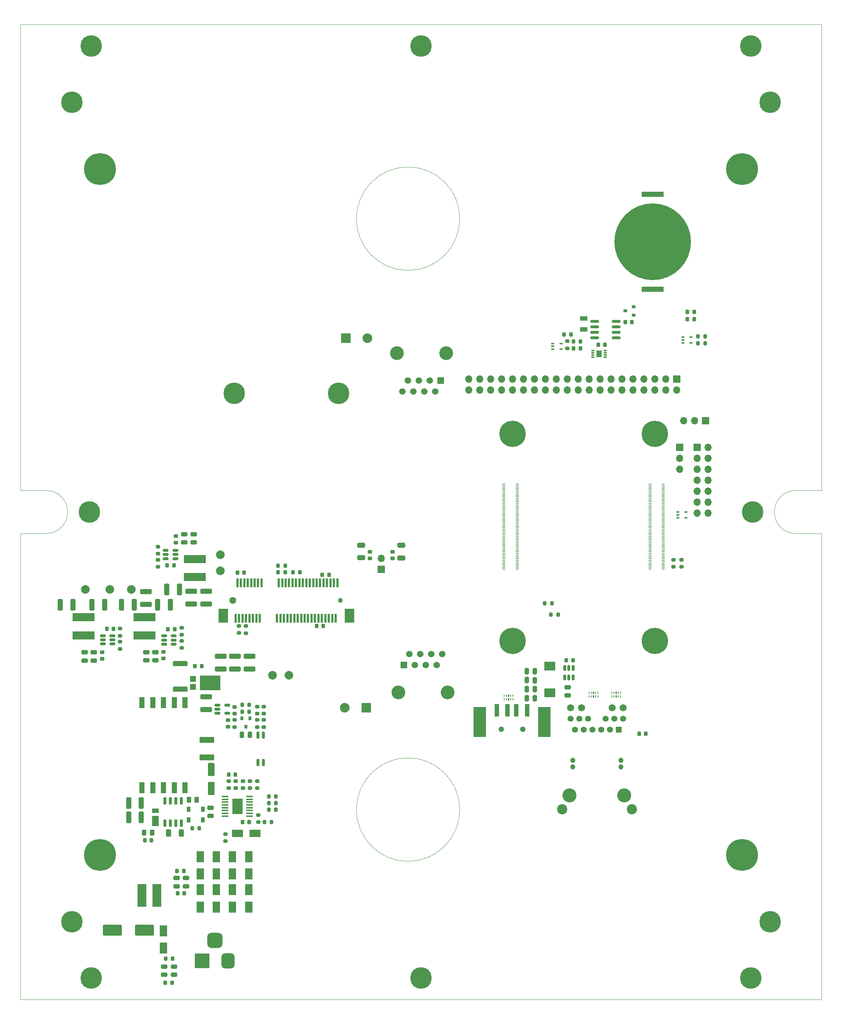
<source format=gbr>
G04 #@! TF.GenerationSoftware,KiCad,Pcbnew,5.99.0-unknown-912657dd23~106~ubuntu20.04.1*
G04 #@! TF.CreationDate,2020-12-28T09:02:07-06:00*
G04 #@! TF.ProjectId,AP3000,41503330-3030-42e6-9b69-6361645f7063,rev?*
G04 #@! TF.SameCoordinates,Original*
G04 #@! TF.FileFunction,Soldermask,Top*
G04 #@! TF.FilePolarity,Negative*
%FSLAX46Y46*%
G04 Gerber Fmt 4.6, Leading zero omitted, Abs format (unit mm)*
G04 Created by KiCad (PCBNEW 5.99.0-unknown-912657dd23~106~ubuntu20.04.1) date 2020-12-28 09:02:07*
%MOMM*%
%LPD*%
G01*
G04 APERTURE LIST*
G04 Aperture macros list*
%AMRoundRect*
0 Rectangle with rounded corners*
0 $1 Rounding radius*
0 $2 $3 $4 $5 $6 $7 $8 $9 X,Y pos of 4 corners*
0 Add a 4 corners polygon primitive as box body*
4,1,4,$2,$3,$4,$5,$6,$7,$8,$9,$2,$3,0*
0 Add four circle primitives for the rounded corners*
1,1,$1+$1,$2,$3,0*
1,1,$1+$1,$4,$5,0*
1,1,$1+$1,$6,$7,0*
1,1,$1+$1,$8,$9,0*
0 Add four rect primitives between the rounded corners*
20,1,$1+$1,$2,$3,$4,$5,0*
20,1,$1+$1,$4,$5,$6,$7,0*
20,1,$1+$1,$6,$7,$8,$9,0*
20,1,$1+$1,$8,$9,$2,$3,0*%
G04 Aperture macros list end*
G04 #@! TA.AperFunction,Profile*
%ADD10C,0.100000*%
G04 #@! TD*
%ADD11R,3.500000X3.500000*%
%ADD12RoundRect,0.750000X0.750000X1.000000X-0.750000X1.000000X-0.750000X-1.000000X0.750000X-1.000000X0*%
%ADD13RoundRect,0.875000X0.875000X0.875000X-0.875000X0.875000X-0.875000X-0.875000X0.875000X-0.875000X0*%
%ADD14R,1.700000X1.700000*%
%ADD15O,1.700000X1.700000*%
%ADD16C,1.300000*%
%ADD17R,1.100000X3.000000*%
%ADD18R,3.000000X7.000000*%
%ADD19C,1.100000*%
%ADD20C,5.000000*%
%ADD21C,1.600000*%
%ADD22R,0.600000X2.000000*%
%ADD23R,2.300000X3.200000*%
%ADD24RoundRect,0.200000X-0.200000X-0.275000X0.200000X-0.275000X0.200000X0.275000X-0.200000X0.275000X0*%
%ADD25RoundRect,0.200000X-0.275000X0.200000X-0.275000X-0.200000X0.275000X-0.200000X0.275000X0.200000X0*%
%ADD26RoundRect,0.225000X0.250000X-0.225000X0.250000X0.225000X-0.250000X0.225000X-0.250000X-0.225000X0*%
%ADD27RoundRect,0.200000X0.200000X0.275000X-0.200000X0.275000X-0.200000X-0.275000X0.200000X-0.275000X0*%
%ADD28RoundRect,0.101600X-1.016000X-1.016000X1.016000X-1.016000X1.016000X1.016000X-1.016000X1.016000X0*%
%ADD29C,2.235200*%
%ADD30C,4.800000*%
%ADD31C,7.400000*%
%ADD32RoundRect,0.250000X-1.025000X0.787500X-1.025000X-0.787500X1.025000X-0.787500X1.025000X0.787500X0*%
%ADD33R,1.800000X2.500000*%
%ADD34RoundRect,0.250000X-0.475000X0.250000X-0.475000X-0.250000X0.475000X-0.250000X0.475000X0.250000X0*%
%ADD35C,2.900000*%
%ADD36RoundRect,0.200000X0.275000X-0.200000X0.275000X0.200000X-0.275000X0.200000X-0.275000X-0.200000X0*%
%ADD37RoundRect,0.250000X1.100000X-0.325000X1.100000X0.325000X-1.100000X0.325000X-1.100000X-0.325000X0*%
%ADD38RoundRect,0.150000X-0.150000X0.662500X-0.150000X-0.662500X0.150000X-0.662500X0.150000X0.662500X0*%
%ADD39R,0.900000X0.800000*%
%ADD40RoundRect,0.250000X-0.250000X-0.475000X0.250000X-0.475000X0.250000X0.475000X-0.250000X0.475000X0*%
%ADD41R,0.900000X1.200000*%
%ADD42C,2.000000*%
%ADD43R,5.100000X1.900000*%
%ADD44RoundRect,0.225000X-0.225000X-0.250000X0.225000X-0.250000X0.225000X0.250000X-0.225000X0.250000X0*%
%ADD45RoundRect,0.225000X0.225000X0.250000X-0.225000X0.250000X-0.225000X-0.250000X0.225000X-0.250000X0*%
%ADD46RoundRect,0.250000X-0.262500X-0.450000X0.262500X-0.450000X0.262500X0.450000X-0.262500X0.450000X0*%
%ADD47RoundRect,0.250000X-0.325000X-1.100000X0.325000X-1.100000X0.325000X1.100000X-0.325000X1.100000X0*%
%ADD48R,0.800000X0.900000*%
%ADD49RoundRect,0.150000X0.512500X0.150000X-0.512500X0.150000X-0.512500X-0.150000X0.512500X-0.150000X0*%
%ADD50RoundRect,0.150000X0.150000X-0.725000X0.150000X0.725000X-0.150000X0.725000X-0.150000X-0.725000X0*%
%ADD51RoundRect,0.218750X0.218750X0.256250X-0.218750X0.256250X-0.218750X-0.256250X0.218750X-0.256250X0*%
%ADD52C,3.200000*%
%ADD53R,1.500000X1.500000*%
%ADD54C,1.500000*%
%ADD55RoundRect,0.050000X-0.050000X0.232500X-0.050000X-0.232500X0.050000X-0.232500X0.050000X0.232500X0*%
%ADD56RoundRect,0.033400X-0.066600X0.249100X-0.066600X-0.249100X0.066600X-0.249100X0.066600X0.249100X0*%
%ADD57RoundRect,0.050050X-0.124950X0.232450X-0.124950X-0.232450X0.124950X-0.232450X0.124950X0.232450X0*%
%ADD58R,2.500000X1.800000*%
%ADD59R,1.800000X1.000000*%
%ADD60RoundRect,0.250000X-1.100000X0.325000X-1.100000X-0.325000X1.100000X-0.325000X1.100000X0.325000X0*%
%ADD61RoundRect,0.150000X-0.512500X-0.150000X0.512500X-0.150000X0.512500X0.150000X-0.512500X0.150000X0*%
%ADD62R,1.500000X2.400000*%
%ADD63R,1.500000X1.050000*%
%ADD64RoundRect,0.250000X1.950000X1.000000X-1.950000X1.000000X-1.950000X-1.000000X1.950000X-1.000000X0*%
%ADD65RoundRect,0.250000X0.475000X-0.250000X0.475000X0.250000X-0.475000X0.250000X-0.475000X-0.250000X0*%
%ADD66RoundRect,0.249999X1.450001X-0.450001X1.450001X0.450001X-1.450001X0.450001X-1.450001X-0.450001X0*%
%ADD67R,0.750000X0.300000*%
%ADD68R,1.300000X1.500000*%
%ADD69RoundRect,0.250000X-1.425000X0.362500X-1.425000X-0.362500X1.425000X-0.362500X1.425000X0.362500X0*%
%ADD70RoundRect,0.250000X0.650000X-0.325000X0.650000X0.325000X-0.650000X0.325000X-0.650000X-0.325000X0*%
%ADD71R,2.000000X5.300000*%
%ADD72RoundRect,0.150000X0.150000X-0.512500X0.150000X0.512500X-0.150000X0.512500X-0.150000X-0.512500X0*%
%ADD73RoundRect,0.250000X0.325000X1.100000X-0.325000X1.100000X-0.325000X-1.100000X0.325000X-1.100000X0*%
%ADD74C,6.100000*%
%ADD75R,0.700000X0.200000*%
%ADD76R,1.398000X1.398000*%
%ADD77C,1.398000*%
%ADD78C,1.200000*%
%ADD79C,1.650000*%
%ADD80C,2.362500*%
%ADD81C,3.250000*%
%ADD82RoundRect,0.225000X-0.250000X0.225000X-0.250000X-0.225000X0.250000X-0.225000X0.250000X0.225000X0*%
%ADD83RoundRect,0.101600X1.016000X1.016000X-1.016000X1.016000X-1.016000X-1.016000X1.016000X-1.016000X0*%
%ADD84RoundRect,0.250000X0.250000X0.475000X-0.250000X0.475000X-0.250000X-0.475000X0.250000X-0.475000X0*%
%ADD85RoundRect,0.250000X0.550000X-1.250000X0.550000X1.250000X-0.550000X1.250000X-0.550000X-1.250000X0*%
%ADD86RoundRect,0.050000X0.050000X-0.232500X0.050000X0.232500X-0.050000X0.232500X-0.050000X-0.232500X0*%
%ADD87RoundRect,0.033400X0.066600X-0.249100X0.066600X0.249100X-0.066600X0.249100X-0.066600X-0.249100X0*%
%ADD88RoundRect,0.050050X0.124950X-0.232450X0.124950X0.232450X-0.124950X0.232450X-0.124950X-0.232450X0*%
%ADD89R,4.860000X3.360000*%
%ADD90R,1.400000X1.390000*%
%ADD91R,0.650000X0.400000*%
%ADD92R,1.300000X2.500000*%
%ADD93R,5.080000X1.270000*%
%ADD94C,17.800000*%
%ADD95RoundRect,0.250000X0.312500X0.625000X-0.312500X0.625000X-0.312500X-0.625000X0.312500X-0.625000X0*%
%ADD96RoundRect,0.150000X-0.825000X-0.150000X0.825000X-0.150000X0.825000X0.150000X-0.825000X0.150000X0*%
%ADD97R,2.460000X3.550000*%
%ADD98RoundRect,0.100000X0.687500X0.100000X-0.687500X0.100000X-0.687500X-0.100000X0.687500X-0.100000X0*%
G04 APERTURE END LIST*
D10*
X186000000Y0D02*
X186000000Y-108000000D01*
X6000000Y-118000000D02*
X0Y-118000000D01*
X180000000Y-108000000D02*
X186000000Y-108000000D01*
X186000000Y-118000000D02*
X186000000Y-226000000D01*
X0Y-226000000D02*
X0Y-118000000D01*
X102000000Y-45000000D02*
G75*
G03*
X102000000Y-45000000I-12000000J0D01*
G01*
X102000000Y-181992000D02*
G75*
G03*
X102000000Y-181992000I-12000000J0D01*
G01*
X6000000Y-108000000D02*
X0Y-108000000D01*
X0Y0D02*
X186000000Y0D01*
X180000000Y-118000000D02*
X186000000Y-118000000D01*
X0Y-108000000D02*
X0Y0D01*
X0Y-226000000D02*
X186000000Y-226000000D01*
X6000000Y-108000000D02*
G75*
G02*
X6000000Y-118000000I0J-5000000D01*
G01*
X180000000Y-118000000D02*
G75*
G02*
X180000000Y-108000000I0J5000000D01*
G01*
D11*
X42205999Y-217028000D03*
D12*
X48205999Y-217028000D03*
D13*
X45205999Y-212328000D03*
D14*
X159020000Y-91850000D03*
D15*
X156480000Y-91850000D03*
X153940000Y-91850000D03*
D16*
X116599799Y-163403800D03*
X111599799Y-163403800D03*
D17*
X117599799Y-159003800D03*
X115099799Y-159003800D03*
X113099799Y-159003800D03*
X110599799Y-159003800D03*
D18*
X121599799Y-161703800D03*
X106599799Y-161703800D03*
D19*
X74289996Y-133509995D03*
D20*
X73889996Y-85459995D03*
X49689996Y-85459995D03*
D21*
X49289996Y-133509995D03*
D22*
X49989996Y-137609995D03*
X50389996Y-129409995D03*
X50789996Y-137609995D03*
X51189996Y-129409995D03*
X51589996Y-137609995D03*
X51989996Y-129409995D03*
X52389996Y-137609995D03*
X52789996Y-129409995D03*
X53189996Y-137609995D03*
X53589996Y-129409995D03*
X53989996Y-137609995D03*
X54389996Y-129409995D03*
X54789996Y-137609995D03*
X55189996Y-129409995D03*
X55589996Y-137609995D03*
X55989996Y-129409995D03*
X59589996Y-137609995D03*
X59989996Y-129409995D03*
X60389996Y-137609995D03*
X60789996Y-129409995D03*
X61189996Y-137609995D03*
X61589996Y-129409995D03*
X61989996Y-137609995D03*
X62389996Y-129409995D03*
X62789996Y-137609995D03*
X63189996Y-129409995D03*
X63589996Y-137609995D03*
X63989996Y-129409995D03*
X64389996Y-137609995D03*
X64789996Y-129409995D03*
X65189996Y-137609995D03*
X65589996Y-129409995D03*
X65989996Y-137609995D03*
X66389996Y-129409995D03*
X66789996Y-137609995D03*
X67189996Y-129409995D03*
X67589996Y-137609995D03*
X67989996Y-129409995D03*
X68389996Y-137609995D03*
X68789996Y-129409995D03*
X69189996Y-137609995D03*
X69589996Y-129409995D03*
X69989996Y-137609995D03*
X70389996Y-129409995D03*
X70789996Y-137609995D03*
X71189996Y-129409995D03*
X71589996Y-137609995D03*
X71989996Y-129409995D03*
X72389996Y-137609995D03*
X72789996Y-129409995D03*
X73189996Y-137609995D03*
X73589996Y-129409995D03*
D23*
X76439996Y-137009995D03*
X47139996Y-137009995D03*
D24*
X57680000Y-180468000D03*
X59330000Y-180468000D03*
D25*
X23148200Y-140010800D03*
X23148200Y-141660800D03*
D26*
X49996000Y-176988000D03*
X49996000Y-175438000D03*
D27*
X130043600Y-73490800D03*
X128393600Y-73490800D03*
D28*
X75590000Y-72710000D03*
D29*
X80588720Y-72710000D03*
D30*
X18500000Y-192500000D03*
D31*
X18500000Y-192500000D03*
D32*
X122870000Y-148717500D03*
X122870000Y-154942500D03*
D25*
X23148200Y-143058800D03*
X23148200Y-144708800D03*
D24*
X56664000Y-184913000D03*
X58314000Y-184913000D03*
D33*
X33221001Y-210122999D03*
X33221001Y-214122999D03*
D34*
X29266000Y-145482000D03*
X29266000Y-147382000D03*
D35*
X170000000Y-113000000D03*
D20*
X170000000Y-113000000D03*
D36*
X49764600Y-162843200D03*
X49764600Y-161193200D03*
D37*
X53221800Y-149431000D03*
X53221800Y-146481000D03*
D34*
X17070000Y-145529799D03*
X17070000Y-147429799D03*
D27*
X53155000Y-157725600D03*
X51505000Y-157725600D03*
D38*
X56405301Y-164693600D03*
X55135301Y-164693600D03*
X55135301Y-171068600D03*
X56405301Y-171068600D03*
D39*
X142376500Y-67332100D03*
X142376500Y-65432100D03*
X140376500Y-66382100D03*
D25*
X48345000Y-175388000D03*
X48345000Y-177038000D03*
D24*
X51505000Y-159275000D03*
X53155000Y-159275000D03*
D20*
X174000000Y-18000000D03*
D35*
X174000000Y-18000000D03*
D33*
X41738802Y-196942057D03*
X41738802Y-192942057D03*
D40*
X117540000Y-154091112D03*
X119440000Y-154091112D03*
D41*
X42350600Y-181951400D03*
X39050600Y-181951400D03*
D42*
X25739000Y-130938000D03*
D43*
X40470999Y-123902203D03*
X40470999Y-128102203D03*
D44*
X34285800Y-140139000D03*
X35835800Y-140139000D03*
D41*
X42349600Y-184355400D03*
X39049600Y-184355400D03*
D33*
X53008802Y-196942057D03*
X53008802Y-192942057D03*
D14*
X83765000Y-126280000D03*
D15*
X83765000Y-123740000D03*
D45*
X53145600Y-184913000D03*
X51595600Y-184913000D03*
D46*
X39137300Y-179749600D03*
X40962300Y-179749600D03*
D47*
X31877000Y-134494000D03*
X34827000Y-134494000D03*
D34*
X127069799Y-153643799D03*
X127069799Y-155543799D03*
D48*
X53305400Y-160815000D03*
X51405400Y-160815000D03*
X52355400Y-162815000D03*
D33*
X49258802Y-196942057D03*
X49258802Y-192942057D03*
D27*
X41524600Y-186310000D03*
X39874600Y-186310000D03*
D20*
X169500000Y-221000000D03*
D35*
X169500000Y-221000000D03*
D25*
X52390000Y-139420000D03*
X52390000Y-141070000D03*
D20*
X93000000Y-221000000D03*
D35*
X93000000Y-221000000D03*
D43*
X28787000Y-141597800D03*
X28787000Y-137397800D03*
D27*
X158948800Y-72289400D03*
X157298800Y-72289400D03*
D34*
X33388000Y-218380000D03*
X33388000Y-220280000D03*
D49*
X35995099Y-123804600D03*
X35995099Y-122854600D03*
X35995099Y-121904600D03*
X33720099Y-121904600D03*
X33720099Y-122854600D03*
X33720099Y-123804600D03*
D45*
X35645599Y-125394600D03*
X34095599Y-125394600D03*
D26*
X36127599Y-120096600D03*
X36127599Y-118546600D03*
D44*
X63305000Y-127001000D03*
X64855000Y-127001000D03*
D50*
X33536800Y-185125800D03*
X34806800Y-185125800D03*
X36076800Y-185125800D03*
X37346800Y-185125800D03*
X37346800Y-179975800D03*
X36076800Y-179975800D03*
X34806800Y-179975800D03*
X33536800Y-179975800D03*
D47*
X16644000Y-134494000D03*
X19594000Y-134494000D03*
D51*
X38083500Y-201423000D03*
X36508500Y-201423000D03*
D52*
X99160000Y-154830000D03*
X87730000Y-154830000D03*
D53*
X89000000Y-148480000D03*
D54*
X90270000Y-145940000D03*
X91540000Y-148480000D03*
X92810000Y-145940000D03*
X94080000Y-148480000D03*
X95350000Y-145940000D03*
X96620000Y-148480000D03*
X97890000Y-145940000D03*
D55*
X139310010Y-154922499D03*
D56*
X138810010Y-154922499D03*
D57*
X138310010Y-154922499D03*
D55*
X137810010Y-154922499D03*
D56*
X137310010Y-154922499D03*
X137310010Y-155757499D03*
D55*
X137810010Y-155757499D03*
D57*
X138310010Y-155757499D03*
D55*
X138810010Y-155757499D03*
X139310010Y-155757499D03*
D36*
X126932600Y-75065600D03*
X126932600Y-73415600D03*
D35*
X16000000Y-113000000D03*
D20*
X16000000Y-113000000D03*
D58*
X54441000Y-187503800D03*
X50441000Y-187503800D03*
D40*
X117540000Y-149953334D03*
X119440000Y-149953334D03*
D36*
X53331001Y-177038000D03*
X53331001Y-175388000D03*
D59*
X130777201Y-70654199D03*
X130777201Y-68154199D03*
D27*
X61494000Y-127010000D03*
X59844000Y-127010000D03*
D44*
X28901000Y-189099999D03*
X30451000Y-189099999D03*
D33*
X53008802Y-204581257D03*
X53008802Y-200581257D03*
D44*
X40534200Y-148718000D03*
X42084200Y-148718000D03*
D42*
X58505000Y-150877000D03*
D24*
X59849000Y-125477000D03*
X61499000Y-125477000D03*
D42*
X20786000Y-130938000D03*
D60*
X43112599Y-131411800D03*
X43112599Y-134361800D03*
D36*
X31936599Y-122663600D03*
X31936599Y-121013600D03*
D24*
X57689000Y-178923000D03*
X59339000Y-178923000D03*
D61*
X33364500Y-141729000D03*
X33364500Y-142679000D03*
X33364500Y-143629000D03*
X35639500Y-143629000D03*
X35639500Y-142679000D03*
X35639500Y-141729000D03*
D62*
X31327000Y-184602000D03*
D63*
X31327000Y-182227000D03*
D43*
X14690000Y-141597800D03*
X14690000Y-137397800D03*
D27*
X124811200Y-136780000D03*
X123161200Y-136780000D03*
D40*
X117540000Y-156168334D03*
X119440000Y-156160000D03*
D61*
X45756900Y-157791600D03*
X45756900Y-158741600D03*
X45756900Y-159691600D03*
X48031900Y-159691600D03*
X48031900Y-157791600D03*
D20*
X16500000Y-221000000D03*
D35*
X16500000Y-221000000D03*
D64*
X28804000Y-209932000D03*
X21404000Y-209932000D03*
D44*
X128434800Y-75032600D03*
X129984800Y-75032600D03*
D27*
X59330000Y-181992000D03*
X57680000Y-181992000D03*
D36*
X153424800Y-125717800D03*
X153424800Y-124067800D03*
D65*
X38439000Y-199746600D03*
X38439000Y-197846600D03*
D51*
X37956500Y-196216000D03*
X36381500Y-196216000D03*
D44*
X48345000Y-173864000D03*
X49895000Y-173864000D03*
D66*
X43334998Y-169926999D03*
X43334998Y-165826999D03*
D67*
X132860000Y-75572000D03*
X132860000Y-76072000D03*
X132860000Y-76572000D03*
X132860000Y-77072000D03*
X135760000Y-77072000D03*
X135760000Y-76572000D03*
X135760000Y-76072000D03*
X135760000Y-75572000D03*
D68*
X134310000Y-76322000D03*
D24*
X121738800Y-134189200D03*
X123388800Y-134189200D03*
D69*
X37118200Y-148168500D03*
X37118200Y-154093500D03*
D70*
X88400800Y-123650000D03*
X88400800Y-120700000D03*
D36*
X31936599Y-125711600D03*
X31936599Y-124061600D03*
D65*
X36280000Y-199746600D03*
X36280000Y-197846600D03*
D44*
X140394000Y-68936600D03*
X141944000Y-68936600D03*
D36*
X56519800Y-159754400D03*
X56519800Y-158104400D03*
D14*
X152350000Y-82190000D03*
D15*
X152350000Y-84730000D03*
X149810000Y-82190000D03*
X149810000Y-84730000D03*
X147270000Y-82190000D03*
X147270000Y-84730000D03*
X144730000Y-82190000D03*
X144730000Y-84730000D03*
X142190000Y-82190000D03*
X142190000Y-84730000D03*
X139650000Y-82190000D03*
X139650000Y-84730000D03*
X137110000Y-82190000D03*
X137110000Y-84730000D03*
X134570000Y-82190000D03*
X134570000Y-84730000D03*
X132030000Y-82190000D03*
X132030000Y-84730000D03*
X129490000Y-82190000D03*
X129490000Y-84730000D03*
X126950000Y-82190000D03*
X126950000Y-84730000D03*
X124410000Y-82190000D03*
X124410000Y-84730000D03*
X121870000Y-82190000D03*
X121870000Y-84730000D03*
X119330000Y-82190000D03*
X119330000Y-84730000D03*
X116790000Y-82190000D03*
X116790000Y-84730000D03*
X114250000Y-82190000D03*
X114250000Y-84730000D03*
X111710000Y-82190000D03*
X111710000Y-84730000D03*
X109170000Y-82190000D03*
X109170000Y-84730000D03*
X106630000Y-82190000D03*
X106630000Y-84730000D03*
X104090000Y-82190000D03*
X104090000Y-84730000D03*
D26*
X49764600Y-159732200D03*
X49764600Y-158182200D03*
D42*
X46424000Y-122937000D03*
D34*
X35645000Y-218380000D03*
X35645000Y-220280000D03*
D60*
X43112600Y-155879000D03*
X43112600Y-158829000D03*
D25*
X50758000Y-139415000D03*
X50758000Y-141065000D03*
D33*
X45468803Y-204581257D03*
X45468803Y-200581257D03*
D25*
X37423000Y-139822000D03*
X37423000Y-141472000D03*
D71*
X31708000Y-201931000D03*
X28208000Y-201931000D03*
D72*
X126374799Y-151391300D03*
X127324799Y-151391300D03*
X128274799Y-151391300D03*
X128274799Y-149116300D03*
X127324799Y-149116300D03*
X126374799Y-149116300D03*
D30*
X18500000Y-33500000D03*
D31*
X18500000Y-33500000D03*
D46*
X28740000Y-187326000D03*
X30565000Y-187326000D03*
D26*
X86394200Y-123762800D03*
X86394200Y-122212800D03*
D35*
X93000000Y-5000000D03*
D20*
X93000000Y-5000000D03*
D73*
X12228000Y-134494000D03*
X9278000Y-134494000D03*
D44*
X68779000Y-139447000D03*
X70329000Y-139447000D03*
D74*
X147239990Y-94885002D03*
X114239990Y-142885002D03*
X114239990Y-94885002D03*
X147239990Y-142885002D03*
D75*
X149239990Y-126185002D03*
X146159990Y-126185002D03*
X149239990Y-125785002D03*
X146159990Y-125785002D03*
X149239990Y-125385002D03*
X146159990Y-125385002D03*
X149239990Y-124985002D03*
X146159990Y-124985002D03*
X149239990Y-124585002D03*
X146159990Y-124585002D03*
X149239990Y-124185002D03*
X146159990Y-124185002D03*
X149239990Y-123785002D03*
X146159990Y-123785002D03*
X149239990Y-123385002D03*
X146159990Y-123385002D03*
X149239990Y-122985002D03*
X146159990Y-122985002D03*
X149239990Y-122585002D03*
X146159990Y-122585002D03*
X149239990Y-122185002D03*
X146159990Y-122185002D03*
X149239990Y-121785002D03*
X146159990Y-121785002D03*
X149239990Y-121385002D03*
X146159990Y-121385002D03*
X149239990Y-120985002D03*
X146159990Y-120985002D03*
X149239990Y-120585002D03*
X146159990Y-120585002D03*
X149239990Y-120185002D03*
X146159990Y-120185002D03*
X149239990Y-119785002D03*
X146159990Y-119785002D03*
X149239990Y-119385002D03*
X146159990Y-119385002D03*
X149239990Y-118985002D03*
X146159990Y-118985002D03*
X149239990Y-118585002D03*
X146159990Y-118585002D03*
X149239990Y-118185002D03*
X146159990Y-118185002D03*
X149239990Y-117785002D03*
X146159990Y-117785002D03*
X149239990Y-117385002D03*
X146159990Y-117385002D03*
X149239990Y-116985002D03*
X146159990Y-116985002D03*
X149239990Y-116585002D03*
X146159990Y-116585002D03*
X149239990Y-116185002D03*
X146159990Y-116185002D03*
X149239990Y-115785002D03*
X146159990Y-115785002D03*
X149239990Y-115385002D03*
X146159990Y-115385002D03*
X149239990Y-114985002D03*
X146159990Y-114985002D03*
X149239990Y-114585002D03*
X146159990Y-114585002D03*
X149239990Y-114185002D03*
X146159990Y-114185002D03*
X149239990Y-113785002D03*
X146159990Y-113785002D03*
X149239990Y-113385002D03*
X146159990Y-113385002D03*
X149239990Y-112985002D03*
X146159990Y-112985002D03*
X149239990Y-112585002D03*
X146159990Y-112585002D03*
X149239990Y-112185002D03*
X146159990Y-112185002D03*
X149239990Y-111785002D03*
X146159990Y-111785002D03*
X149239990Y-111385002D03*
X146159990Y-111385002D03*
X149239990Y-110985002D03*
X146159990Y-110985002D03*
X149239990Y-110585002D03*
X146159990Y-110585002D03*
X149239990Y-110185002D03*
X146159990Y-110185002D03*
X149239990Y-109785002D03*
X146159990Y-109785002D03*
X149239990Y-109385002D03*
X146159990Y-109385002D03*
X149239990Y-108985002D03*
X146159990Y-108985002D03*
X149239990Y-108585002D03*
X146159990Y-108585002D03*
X149239990Y-108185002D03*
X146159990Y-108185002D03*
X149239990Y-107785002D03*
X146159990Y-107785002D03*
X149239990Y-107385002D03*
X146159990Y-107385002D03*
X149239990Y-106985002D03*
X146159990Y-106985002D03*
X149239990Y-106585002D03*
X146159990Y-106585002D03*
X115319990Y-126185002D03*
X112239990Y-126185002D03*
X115319990Y-125785002D03*
X112239990Y-125785002D03*
X115319990Y-125385002D03*
X112239990Y-125385002D03*
X115319990Y-124985002D03*
X112239990Y-124985002D03*
X115319990Y-124585002D03*
X112239990Y-124585002D03*
X115319990Y-124185002D03*
X112239990Y-124185002D03*
X115319990Y-123785002D03*
X112239990Y-123785002D03*
X115319990Y-123385002D03*
X112239990Y-123385002D03*
X115319990Y-122985002D03*
X112239990Y-122985002D03*
X115319990Y-122585002D03*
X112239990Y-122585002D03*
X115319990Y-122185002D03*
X112239990Y-122185002D03*
X115319990Y-121785002D03*
X112239990Y-121785002D03*
X115319990Y-121385002D03*
X112239990Y-121385002D03*
X115319990Y-120985002D03*
X112239990Y-120985002D03*
X115319990Y-120585002D03*
X112239990Y-120585002D03*
X115319990Y-120185002D03*
X112239990Y-120185002D03*
X115319990Y-119785002D03*
X112239990Y-119785002D03*
X115319990Y-119385002D03*
X112239990Y-119385002D03*
X115319990Y-118985002D03*
X112239990Y-118985002D03*
X115319990Y-118585002D03*
X112239990Y-118585002D03*
X115319990Y-118185002D03*
X112239990Y-118185002D03*
X115319990Y-117785002D03*
X112239990Y-117785002D03*
X115319990Y-117385002D03*
X112239990Y-117385002D03*
X115319990Y-116985002D03*
X112239990Y-116985002D03*
X115319990Y-116585002D03*
X112239990Y-116585002D03*
X115319990Y-116185002D03*
X112239990Y-116185002D03*
X115319990Y-115785002D03*
X112239990Y-115785002D03*
X115319990Y-115385002D03*
X112239990Y-115385002D03*
X115319990Y-114985002D03*
X112239990Y-114985002D03*
X115319990Y-114585002D03*
X112239990Y-114585002D03*
X115319990Y-114185002D03*
X112239990Y-114185002D03*
X115319990Y-113785002D03*
X112239990Y-113785002D03*
X115319990Y-113385002D03*
X112239990Y-113385002D03*
X115319990Y-112985002D03*
X112239990Y-112985002D03*
X115319990Y-112585002D03*
X112239990Y-112585002D03*
X115319990Y-112185002D03*
X112239990Y-112185002D03*
X115319990Y-111785002D03*
X112239990Y-111785002D03*
X115319990Y-111385002D03*
X112239990Y-111385002D03*
X115319990Y-110985002D03*
X112239990Y-110985002D03*
X115319990Y-110585002D03*
X112239990Y-110585002D03*
X115319990Y-110185002D03*
X112239990Y-110185002D03*
X115319990Y-109785002D03*
X112239990Y-109785002D03*
X115319990Y-109385002D03*
X112239990Y-109385002D03*
X115319990Y-108985002D03*
X112239990Y-108985002D03*
X115319990Y-108585002D03*
X112239990Y-108585002D03*
X115319990Y-108185002D03*
X112239990Y-108185002D03*
X115319990Y-107785002D03*
X112239990Y-107785002D03*
X115319990Y-107385002D03*
X112239990Y-107385002D03*
X115319990Y-106985002D03*
X112239990Y-106985002D03*
X115319990Y-106585002D03*
X112239990Y-106585002D03*
D45*
X135673800Y-74218000D03*
X134123800Y-74218000D03*
D35*
X174000000Y-208000000D03*
D20*
X174000000Y-208000000D03*
D44*
X126224400Y-71886600D03*
X127774400Y-71886600D03*
D34*
X14944000Y-145532800D03*
X14944000Y-147432800D03*
D55*
X134050001Y-154917495D03*
D56*
X133550001Y-154917495D03*
D57*
X133050001Y-154917495D03*
D55*
X132550001Y-154917495D03*
D56*
X132050001Y-154917495D03*
X132050001Y-155752495D03*
D55*
X132550001Y-155752495D03*
D57*
X133050001Y-155752495D03*
D55*
X133550001Y-155752495D03*
X134050001Y-155752495D03*
D76*
X138930000Y-163500000D03*
D77*
X136898000Y-163500000D03*
X134866000Y-163500000D03*
X132834000Y-163500000D03*
X130802000Y-163500000D03*
X128770000Y-163500000D03*
X139946000Y-160960000D03*
X137914000Y-160960000D03*
X135882000Y-160960000D03*
X131818000Y-160960000D03*
X129786000Y-160960000D03*
X127754000Y-160960000D03*
D78*
X139438000Y-170610000D03*
X128262000Y-170610000D03*
X139438000Y-172100000D03*
X128262000Y-172100000D03*
D79*
X139946000Y-158420000D03*
X137406000Y-158420000D03*
X130294000Y-158420000D03*
X127754000Y-158420000D03*
D80*
X141915000Y-181915000D03*
X125785000Y-181915000D03*
D81*
X127500000Y-178740000D03*
X140200000Y-178740000D03*
D40*
X117540000Y-151988891D03*
X119440000Y-152022224D03*
D82*
X33232000Y-145437000D03*
X33232000Y-146987000D03*
D70*
X79129800Y-123624600D03*
X79129800Y-120674600D03*
D73*
X28103000Y-183770000D03*
X25153000Y-183770000D03*
D14*
X153040000Y-98010000D03*
D15*
X153040000Y-100550000D03*
X153040000Y-103090000D03*
D25*
X47583000Y-187644000D03*
X47583000Y-189294000D03*
D61*
X19140500Y-141661800D03*
X19140500Y-142611800D03*
X19140500Y-143561800D03*
X21415500Y-143561800D03*
X21415500Y-142611800D03*
X21415500Y-141661800D03*
D73*
X36943999Y-130955203D03*
X33993999Y-130955203D03*
D65*
X38032599Y-120051600D03*
X38032599Y-118151600D03*
D26*
X81136400Y-123737400D03*
X81136400Y-122187400D03*
D45*
X51930001Y-127034001D03*
X50380001Y-127034001D03*
D83*
X80340000Y-158410000D03*
D29*
X75341280Y-158410000D03*
D82*
X19008000Y-145506800D03*
X19008000Y-147056800D03*
D35*
X169500000Y-5000000D03*
D20*
X169500000Y-5000000D03*
D84*
X53315399Y-164608700D03*
X51415399Y-164608700D03*
D36*
X56534200Y-162863400D03*
X56534200Y-161213400D03*
D44*
X20077800Y-140073800D03*
X21627800Y-140073800D03*
D14*
X157090000Y-98010000D03*
D15*
X159630000Y-98010000D03*
X157090000Y-100550000D03*
X159630000Y-100550000D03*
X157090000Y-103090000D03*
X159630000Y-103090000D03*
X157090000Y-105630000D03*
X159630000Y-105630000D03*
X157090000Y-108170000D03*
X159630000Y-108170000D03*
X157090000Y-110710000D03*
X159630000Y-110710000D03*
X157090000Y-113250000D03*
X159630000Y-113250000D03*
D36*
X54982901Y-162863400D03*
X54982901Y-161213400D03*
D35*
X12000000Y-18000000D03*
D20*
X12000000Y-18000000D03*
D37*
X49843600Y-149429200D03*
X49843600Y-146479200D03*
D26*
X51647000Y-176988000D03*
X51647000Y-175438000D03*
D73*
X26452000Y-134494000D03*
X23502000Y-134494000D03*
D52*
X87405000Y-76130000D03*
X98835000Y-76130000D03*
D53*
X97565000Y-82480000D03*
D54*
X96295000Y-85020000D03*
X95025000Y-82480000D03*
X93755000Y-85020000D03*
X92485000Y-82480000D03*
X91215000Y-85020000D03*
X89945000Y-82480000D03*
X88675000Y-85020000D03*
D85*
X44315201Y-177111600D03*
X44315201Y-172711600D03*
D86*
X112310010Y-156397503D03*
D87*
X112810010Y-156397503D03*
D88*
X113310010Y-156397503D03*
D86*
X113810010Y-156397503D03*
D87*
X114310010Y-156397503D03*
X114310010Y-155562503D03*
D86*
X113810010Y-155562503D03*
D88*
X113310010Y-155562503D03*
D86*
X112810010Y-155562503D03*
X112310010Y-155562503D03*
D24*
X126666400Y-147397200D03*
X128316400Y-147397200D03*
D89*
X44080200Y-152655000D03*
D90*
X40098200Y-153575000D03*
X40098200Y-151735000D03*
D34*
X31327000Y-145482000D03*
X31327000Y-147382000D03*
D73*
X28103000Y-180468000D03*
X25153000Y-180468000D03*
D42*
X46440000Y-126620000D03*
X15071000Y-130938000D03*
D51*
X35264000Y-222124000D03*
X33689000Y-222124000D03*
D36*
X55203000Y-184913000D03*
X55203000Y-183263000D03*
D33*
X45468803Y-196942057D03*
X45468803Y-192942057D03*
D25*
X37423000Y-142870000D03*
X37423000Y-144520000D03*
D91*
X152590000Y-113030000D03*
X152590000Y-113680000D03*
X152590000Y-114330000D03*
X154490000Y-114330000D03*
X154490000Y-113030000D03*
D92*
X28240000Y-176960000D03*
X30740000Y-176960000D03*
X33240000Y-176960000D03*
X35740000Y-176960000D03*
X38240000Y-176960000D03*
X38240000Y-157160000D03*
X35740000Y-157160000D03*
X33240000Y-157160000D03*
X30740000Y-157160000D03*
X28240000Y-157160000D03*
D93*
X146790000Y-61345000D03*
X146790000Y-39375000D03*
D94*
X146790000Y-50360000D03*
D95*
X37346800Y-187453000D03*
X34421800Y-187453000D03*
D45*
X71624400Y-127585200D03*
X70074400Y-127585200D03*
D33*
X41738802Y-204581257D03*
X41738802Y-200581257D03*
D31*
X167500000Y-192500000D03*
D30*
X167500000Y-192500000D03*
D37*
X46516200Y-149431000D03*
X46516200Y-146481000D03*
D44*
X143632800Y-164415200D03*
X145182800Y-164415200D03*
D96*
X133322200Y-68784200D03*
X133322200Y-70054200D03*
X133322200Y-71324200D03*
X133322200Y-72594200D03*
X138272200Y-72594200D03*
X138272200Y-71324200D03*
X138272200Y-70054200D03*
X138272200Y-68784200D03*
D34*
X44128600Y-181550000D03*
X44128600Y-183450000D03*
D91*
X153765000Y-72460000D03*
X153765000Y-73110000D03*
X153765000Y-73760000D03*
X155665000Y-73760000D03*
X155665000Y-72460000D03*
D51*
X35315000Y-216536000D03*
X33740000Y-216536000D03*
D37*
X29168000Y-134445000D03*
X29168000Y-131495000D03*
D60*
X39683599Y-131411800D03*
X39683599Y-134361800D03*
D97*
X50376988Y-181229991D03*
D98*
X53239488Y-183504991D03*
X53239488Y-182854991D03*
X53239488Y-182204991D03*
X53239488Y-181554991D03*
X53239488Y-180904991D03*
X53239488Y-180254991D03*
X53239488Y-179604991D03*
X53239488Y-178954991D03*
X47514488Y-178954991D03*
X47514488Y-179604991D03*
X47514488Y-180254991D03*
X47514488Y-180904991D03*
X47514488Y-181554991D03*
X47514488Y-182204991D03*
X47514488Y-182854991D03*
X47514488Y-183504991D03*
D27*
X158940000Y-73860000D03*
X157290000Y-73860000D03*
D26*
X48215200Y-162793200D03*
X48215200Y-161243200D03*
D91*
X123600000Y-73952400D03*
X123600000Y-74602400D03*
X123600000Y-75252400D03*
X125500000Y-75252400D03*
X125500000Y-73952400D03*
D31*
X167500000Y-33500000D03*
D30*
X167500000Y-33500000D03*
D51*
X156410000Y-68330000D03*
X154835000Y-68330000D03*
D36*
X151596000Y-125717800D03*
X151596000Y-124067800D03*
X54974400Y-177025800D03*
X54974400Y-175375800D03*
D33*
X49258802Y-204581257D03*
X49258802Y-200581257D03*
D42*
X62315000Y-150877000D03*
D65*
X40216999Y-120051600D03*
X40216999Y-118151600D03*
D35*
X12000000Y-208000000D03*
D20*
X12000000Y-208000000D03*
D51*
X156397500Y-66570000D03*
X154822500Y-66570000D03*
D36*
X54946200Y-159756600D03*
X54946200Y-158106600D03*
D35*
X16500000Y-5000000D03*
D20*
X16500000Y-5000000D03*
M02*

</source>
